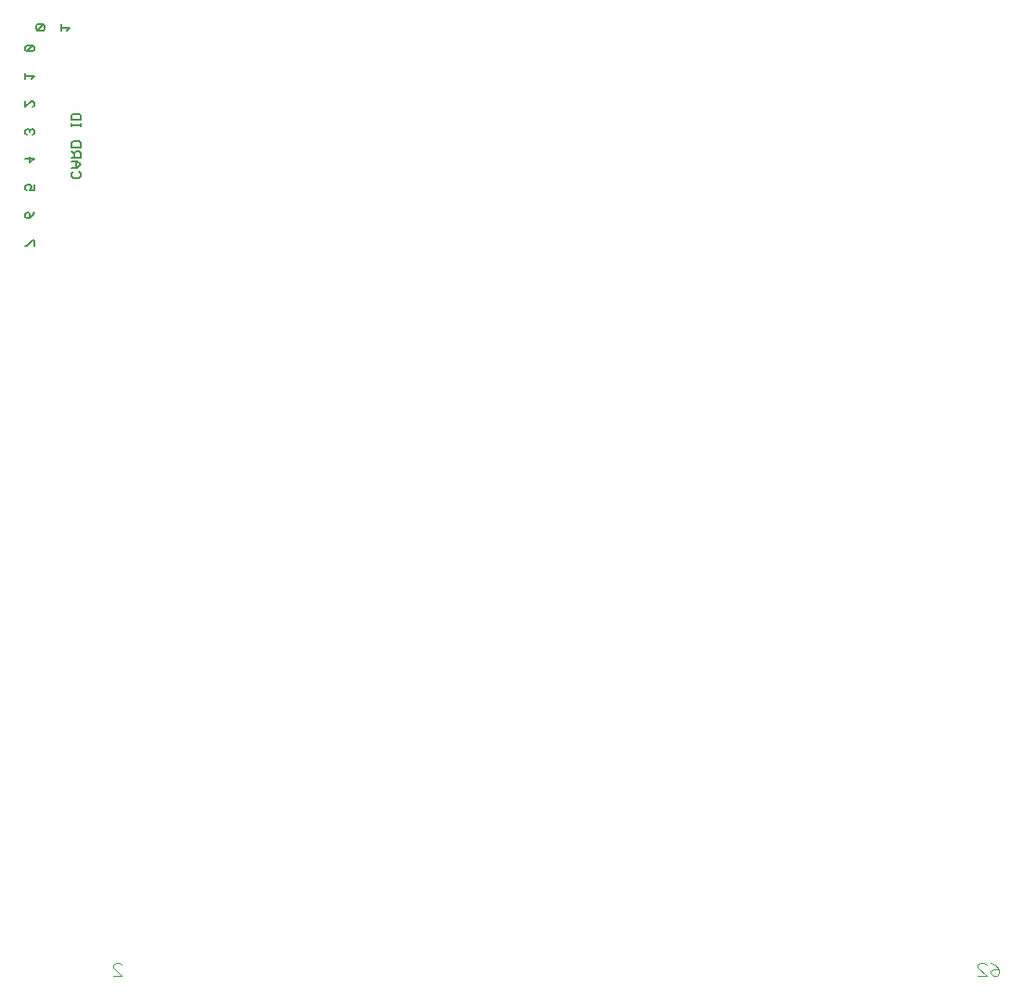
<source format=gbo>
G75*
G70*
%OFA0B0*%
%FSLAX24Y24*%
%IPPOS*%
%LPD*%
%AMOC8*
5,1,8,0,0,1.08239X$1,22.5*
%
%ADD10C,0.0080*%
%ADD11C,0.0040*%
D10*
X041195Y030331D02*
X041248Y030331D01*
X041462Y030544D01*
X041515Y030544D01*
X041515Y030331D01*
X041355Y031331D02*
X041355Y031491D01*
X041302Y031544D01*
X041248Y031544D01*
X041195Y031491D01*
X041195Y031384D01*
X041248Y031331D01*
X041355Y031331D01*
X041462Y031438D01*
X041515Y031544D01*
X041515Y032331D02*
X041355Y032331D01*
X041409Y032438D01*
X041409Y032491D01*
X041355Y032544D01*
X041248Y032544D01*
X041195Y032491D01*
X041195Y032384D01*
X041248Y032331D01*
X041515Y032331D02*
X041515Y032544D01*
X041355Y033331D02*
X041355Y033544D01*
X041195Y033491D02*
X041515Y033491D01*
X041355Y033331D01*
X041248Y034331D02*
X041195Y034384D01*
X041195Y034491D01*
X041248Y034544D01*
X041302Y034544D01*
X041355Y034491D01*
X041355Y034438D01*
X041355Y034491D02*
X041409Y034544D01*
X041462Y034544D01*
X041515Y034491D01*
X041515Y034384D01*
X041462Y034331D01*
X041462Y035331D02*
X041515Y035384D01*
X041515Y035491D01*
X041462Y035544D01*
X041409Y035544D01*
X041195Y035331D01*
X041195Y035544D01*
X041195Y036331D02*
X041195Y036544D01*
X041195Y036438D02*
X041515Y036438D01*
X041409Y036331D01*
X042845Y035035D02*
X042898Y035088D01*
X043112Y035088D01*
X043165Y035035D01*
X043165Y034874D01*
X042845Y034874D01*
X042845Y035035D01*
X042845Y034736D02*
X042845Y034629D01*
X042845Y034682D02*
X043165Y034682D01*
X043165Y034629D02*
X043165Y034736D01*
X043112Y034106D02*
X043165Y034052D01*
X043165Y033892D01*
X042845Y033892D01*
X042845Y034052D01*
X042898Y034106D01*
X043112Y034106D01*
X043112Y033737D02*
X043005Y033737D01*
X042952Y033684D01*
X042952Y033524D01*
X042952Y033631D02*
X042845Y033737D01*
X042845Y033524D02*
X043165Y033524D01*
X043165Y033684D01*
X043112Y033737D01*
X043059Y033369D02*
X042845Y033369D01*
X043005Y033369D02*
X043005Y033156D01*
X043059Y033156D02*
X043165Y033262D01*
X043059Y033369D01*
X043059Y033156D02*
X042845Y033156D01*
X042898Y033001D02*
X042845Y032947D01*
X042845Y032841D01*
X042898Y032787D01*
X043112Y032787D01*
X043165Y032841D01*
X043165Y032947D01*
X043112Y033001D01*
X041462Y037331D02*
X041515Y037384D01*
X041515Y037491D01*
X041462Y037544D01*
X041248Y037331D01*
X041195Y037384D01*
X041195Y037491D01*
X041248Y037544D01*
X041462Y037544D01*
X041462Y037331D02*
X041248Y037331D01*
X041623Y038081D02*
X041837Y038294D01*
X041623Y038294D01*
X041570Y038241D01*
X041570Y038134D01*
X041623Y038081D01*
X041837Y038081D01*
X041890Y038134D01*
X041890Y038241D01*
X041837Y038294D01*
X042470Y038294D02*
X042470Y038081D01*
X042470Y038188D02*
X042790Y038188D01*
X042684Y038081D01*
D11*
X044353Y004120D02*
X044660Y004120D01*
X044353Y004427D01*
X044353Y004504D01*
X044430Y004580D01*
X044583Y004580D01*
X044660Y004504D01*
X075393Y004504D02*
X075469Y004580D01*
X075623Y004580D01*
X075700Y004504D01*
X075853Y004580D02*
X076007Y004504D01*
X076160Y004350D01*
X075930Y004350D01*
X075853Y004273D01*
X075853Y004197D01*
X075930Y004120D01*
X076083Y004120D01*
X076160Y004197D01*
X076160Y004350D01*
X075700Y004120D02*
X075393Y004120D01*
X075700Y004120D02*
X075393Y004427D01*
X075393Y004504D01*
M02*

</source>
